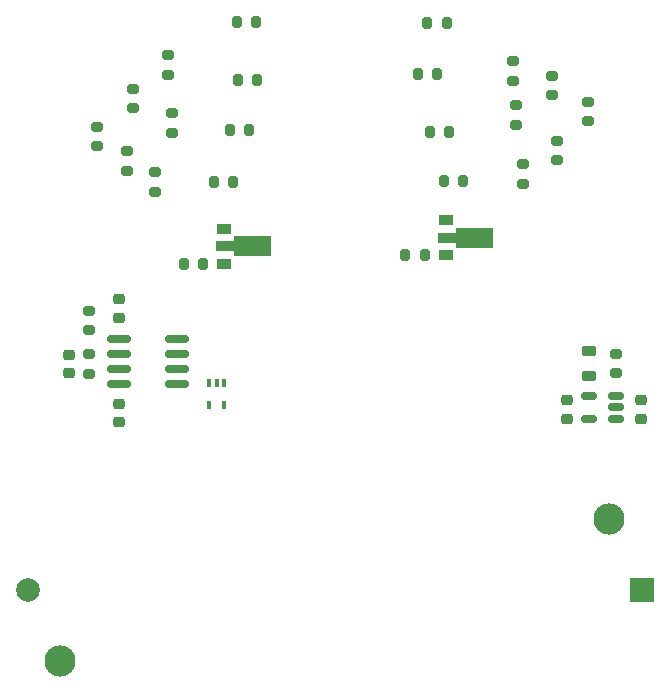
<source format=gbs>
%TF.GenerationSoftware,KiCad,Pcbnew,(6.0.0-0)*%
%TF.CreationDate,2022-07-31T01:07:45-04:00*%
%TF.ProjectId,sam-bday-21,73616d2d-6264-4617-992d-32312e6b6963,v1*%
%TF.SameCoordinates,Original*%
%TF.FileFunction,Soldermask,Bot*%
%TF.FilePolarity,Negative*%
%FSLAX46Y46*%
G04 Gerber Fmt 4.6, Leading zero omitted, Abs format (unit mm)*
G04 Created by KiCad (PCBNEW (6.0.0-0)) date 2022-07-31 01:07:45*
%MOMM*%
%LPD*%
G01*
G04 APERTURE LIST*
G04 Aperture macros list*
%AMRoundRect*
0 Rectangle with rounded corners*
0 $1 Rounding radius*
0 $2 $3 $4 $5 $6 $7 $8 $9 X,Y pos of 4 corners*
0 Add a 4 corners polygon primitive as box body*
4,1,4,$2,$3,$4,$5,$6,$7,$8,$9,$2,$3,0*
0 Add four circle primitives for the rounded corners*
1,1,$1+$1,$2,$3*
1,1,$1+$1,$4,$5*
1,1,$1+$1,$6,$7*
1,1,$1+$1,$8,$9*
0 Add four rect primitives between the rounded corners*
20,1,$1+$1,$2,$3,$4,$5,0*
20,1,$1+$1,$4,$5,$6,$7,0*
20,1,$1+$1,$6,$7,$8,$9,0*
20,1,$1+$1,$8,$9,$2,$3,0*%
%AMFreePoly0*
4,1,9,3.862500,-0.866500,0.737500,-0.866500,0.737500,-0.450000,-0.737500,-0.450000,-0.737500,0.450000,0.737500,0.450000,0.737500,0.866500,3.862500,0.866500,3.862500,-0.866500,3.862500,-0.866500,$1*%
G04 Aperture macros list end*
%ADD10RoundRect,0.200000X0.200000X0.275000X-0.200000X0.275000X-0.200000X-0.275000X0.200000X-0.275000X0*%
%ADD11RoundRect,0.200000X-0.275000X0.200000X-0.275000X-0.200000X0.275000X-0.200000X0.275000X0.200000X0*%
%ADD12RoundRect,0.218750X-0.381250X0.218750X-0.381250X-0.218750X0.381250X-0.218750X0.381250X0.218750X0*%
%ADD13R,1.300000X0.900000*%
%ADD14FreePoly0,0.000000*%
%ADD15RoundRect,0.225000X0.250000X-0.225000X0.250000X0.225000X-0.250000X0.225000X-0.250000X-0.225000X0*%
%ADD16RoundRect,0.225000X-0.250000X0.225000X-0.250000X-0.225000X0.250000X-0.225000X0.250000X0.225000X0*%
%ADD17RoundRect,0.200000X-0.200000X-0.275000X0.200000X-0.275000X0.200000X0.275000X-0.200000X0.275000X0*%
%ADD18R,0.400000X0.650000*%
%ADD19C,2.000000*%
%ADD20R,2.000000X2.000000*%
%ADD21C,2.640000*%
%ADD22RoundRect,0.150000X0.825000X0.150000X-0.825000X0.150000X-0.825000X-0.150000X0.825000X-0.150000X0*%
%ADD23RoundRect,0.150000X0.512500X0.150000X-0.512500X0.150000X-0.512500X-0.150000X0.512500X-0.150000X0*%
G04 APERTURE END LIST*
D10*
%TO.C,R17*%
X145885400Y-77444600D03*
X147535400Y-77444600D03*
%TD*%
D11*
%TO.C,R20*%
X115836400Y-90080600D03*
X115836400Y-88430600D03*
%TD*%
D12*
%TO.C,L1*%
X158154387Y-93953719D03*
X158154387Y-91828719D03*
%TD*%
D11*
%TO.C,R15*%
X152552400Y-77673200D03*
X152552400Y-76023200D03*
%TD*%
D13*
%TO.C,Q2*%
X146025600Y-80719800D03*
D14*
X146113100Y-82219800D03*
D13*
X146025600Y-83719800D03*
%TD*%
D11*
%TO.C,R11*%
X151993600Y-72668400D03*
X151993600Y-71018400D03*
%TD*%
D10*
%TO.C,R19*%
X144666200Y-73279000D03*
X146316200Y-73279000D03*
%TD*%
D15*
%TO.C,C2*%
X156286200Y-95999000D03*
X156286200Y-97549000D03*
%TD*%
D16*
%TO.C,C4*%
X118351000Y-97841400D03*
X118351000Y-96291400D03*
%TD*%
D15*
%TO.C,C3*%
X114122200Y-92138400D03*
X114122200Y-93688400D03*
%TD*%
%TO.C,C5*%
X118351000Y-87451600D03*
X118351000Y-89001600D03*
%TD*%
D17*
%TO.C,R13*%
X144252600Y-83718400D03*
X142602600Y-83718400D03*
%TD*%
D15*
%TO.C,C1*%
X162599387Y-96011119D03*
X162599387Y-97561119D03*
%TD*%
D18*
%TO.C,U3*%
X125994400Y-96403200D03*
X127294400Y-96403200D03*
X127294400Y-94503200D03*
X126644400Y-94503200D03*
X125994400Y-94503200D03*
%TD*%
D11*
%TO.C,R4*%
X155473400Y-75678800D03*
X155473400Y-74028800D03*
%TD*%
%TO.C,R21*%
X115824000Y-93751400D03*
X115824000Y-92101400D03*
%TD*%
%TO.C,R7*%
X155041600Y-70180200D03*
X155041600Y-68530200D03*
%TD*%
%TO.C,R5*%
X160440387Y-93711919D03*
X160440387Y-92061919D03*
%TD*%
%TO.C,R2*%
X158115000Y-72351400D03*
X158115000Y-70701400D03*
%TD*%
D19*
%TO.C,BT1*%
X110646200Y-112064800D03*
D20*
X162636200Y-112064800D03*
D21*
X159886200Y-106069800D03*
X113406200Y-118059800D03*
%TD*%
D11*
%TO.C,R9*%
X151765000Y-68922400D03*
X151765000Y-67272400D03*
%TD*%
D10*
%TO.C,R25*%
X144488400Y-64058800D03*
X146138400Y-64058800D03*
%TD*%
%TO.C,R23*%
X143662400Y-68376800D03*
X145312400Y-68376800D03*
%TD*%
D22*
%TO.C,U2*%
X118351000Y-90779600D03*
X118351000Y-92049600D03*
X118351000Y-93319600D03*
X118351000Y-94589600D03*
X123301000Y-94589600D03*
X123301000Y-93319600D03*
X123301000Y-92049600D03*
X123301000Y-90779600D03*
%TD*%
D23*
%TO.C,U1*%
X158159887Y-95645319D03*
X158159887Y-97545319D03*
X160434887Y-97545319D03*
X160434887Y-96595319D03*
X160434887Y-95645319D03*
%TD*%
D11*
%TO.C,R14*%
X121424700Y-78358500D03*
X121424700Y-76708500D03*
%TD*%
%TO.C,R10*%
X122872500Y-73329300D03*
X122872500Y-71679300D03*
%TD*%
D17*
%TO.C,R12*%
X125500900Y-84467700D03*
X123850900Y-84467700D03*
%TD*%
D11*
%TO.C,R6*%
X119037100Y-76567300D03*
X119037100Y-74917300D03*
%TD*%
D17*
%TO.C,R24*%
X128053100Y-77533500D03*
X126403100Y-77533500D03*
%TD*%
%TO.C,R22*%
X129412500Y-73113900D03*
X127762500Y-73113900D03*
%TD*%
D11*
%TO.C,R3*%
X119545100Y-71258700D03*
X119545100Y-69608700D03*
%TD*%
D13*
%TO.C,Q1*%
X127267700Y-81469100D03*
D14*
X127355200Y-82969100D03*
D13*
X127267700Y-84469100D03*
%TD*%
D11*
%TO.C,R8*%
X122491500Y-66789300D03*
X122491500Y-68439300D03*
%TD*%
D17*
%TO.C,R16*%
X130009900Y-63944500D03*
X128359900Y-63944500D03*
%TD*%
%TO.C,R18*%
X130060700Y-68846700D03*
X128410700Y-68846700D03*
%TD*%
D11*
%TO.C,R1*%
X116522500Y-74497700D03*
X116522500Y-72847700D03*
%TD*%
M02*

</source>
